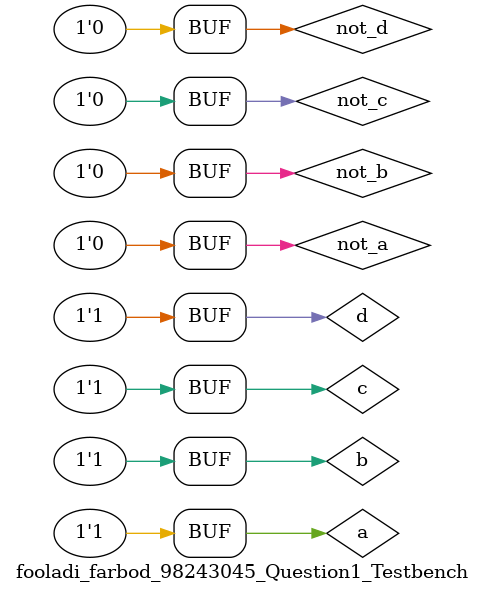
<source format=v>
`include "fooladi_farbod_98243045_Question1.v"
module fooladi_farbod_98243045_Question1_Testbench();
	wire out;
	reg a,b,c,d,not_a,not_b,not_c,not_d;

	fooladi_farbod_98243045_Question1 question1(out,a,b,c,d,not_a,not_b,not_c,not_d);
	
	initial begin
		$dumpvars(0,fooladi_farbod_98243045_Question1_Testbench);

		a=0;b=0;c=0;d=0;not_a=1;not_b=1;not_c=1;not_d=1;
		#20;
	
		a=0;b=0;c=0;d=1;not_a=1;not_b=1;not_c=1;not_d=0;
		#20;

		a=0;b=0;c=1;d=0;not_a=1;not_b=1;not_c=0;not_d=1;
		#20;
	
		a=0;b=0;c=1;d=1;not_a=1;not_b=1;not_c=0;not_d=0;
		#20;


		a=0;b=1;c=0;d=0;not_a=1;not_b=0;not_c=1;not_d=1;
		#20;
	
		a=0;b=1;c=0;d=1;not_a=1;not_b=0;not_c=1;not_d=0;
		#20;

		a=0;b=1;c=1;d=0;not_a=1;not_b=0;not_c=0;not_d=1;
		#20;
	
		a=0;b=1;c=1;d=1;not_a=1;not_b=0;not_c=0;not_d=0;
		#20;
		
	

		a=1;b=0;c=0;d=0;not_a=0;not_b=1;not_c=1;not_d=1;
		#20;
	
		a=1;b=0;c=0;d=1;not_a=0;not_b=1;not_c=1;not_d=0;
		#20;

		a=1;b=0;c=1;d=0;not_a=0;not_b=1;not_c=0;not_d=1;
		#20;
	
		a=1;b=0;c=1;d=1;not_a=0;not_b=1;not_c=0;not_d=0;
		#20;


		a=1;b=1;c=0;d=0;not_a=0;not_b=0;not_c=1;not_d=1;
		#20;
	
		a=1;b=1;c=0;d=1;not_a=0;not_b=0;not_c=1;not_d=0;
		#20;

		a=1;b=1;c=1;d=0;not_a=0;not_b=0;not_c=0;not_d=1;
		#20;
	
		a=1;b=1;c=1;d=1;not_a=0;not_b=0;not_c=0;not_d=0;
		#20;
		
		

		


	
		
	end	
endmodule

</source>
